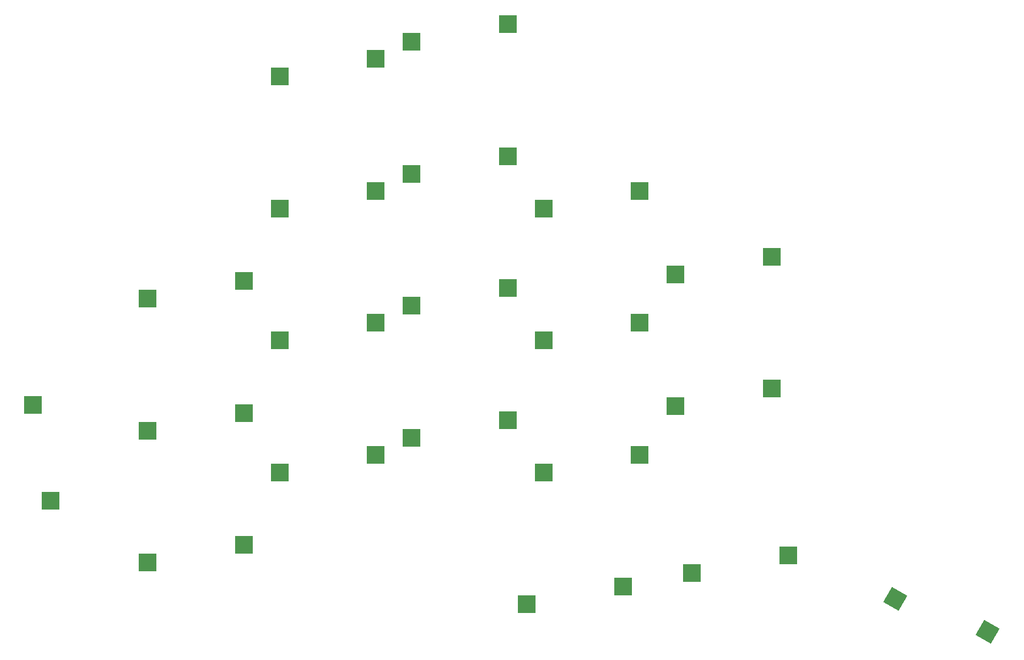
<source format=gbr>
%TF.GenerationSoftware,KiCad,Pcbnew,7.0.10*%
%TF.CreationDate,2024-05-01T10:45:41+02:00*%
%TF.ProjectId,talon,74616c6f-6e2e-46b6-9963-61645f706362,rev?*%
%TF.SameCoordinates,Original*%
%TF.FileFunction,Paste,Bot*%
%TF.FilePolarity,Positive*%
%FSLAX46Y46*%
G04 Gerber Fmt 4.6, Leading zero omitted, Abs format (unit mm)*
G04 Created by KiCad (PCBNEW 7.0.10) date 2024-05-01 10:45:41*
%MOMM*%
%LPD*%
G01*
G04 APERTURE LIST*
G04 Aperture macros list*
%AMRotRect*
0 Rectangle, with rotation*
0 The origin of the aperture is its center*
0 $1 length*
0 $2 width*
0 $3 Rotation angle, in degrees counterclockwise*
0 Add horizontal line*
21,1,$1,$2,0,0,$3*%
G04 Aperture macros list end*
%ADD10R,2.550000X2.500000*%
%ADD11RotRect,2.550000X2.500000X330.000000*%
%ADD12R,2.500000X2.550000*%
G04 APERTURE END LIST*
D10*
%TO.C,SW3*%
X104440000Y-95460000D03*
X118290000Y-92920000D03*
%TD*%
%TO.C,SW1*%
X123440000Y-63460000D03*
X137290000Y-60920000D03*
%TD*%
%TO.C,SW10*%
X123440000Y-101460000D03*
X137290000Y-98920000D03*
%TD*%
%TO.C,SW7*%
X180440000Y-91960000D03*
X194290000Y-89420000D03*
%TD*%
%TO.C,SW13*%
X180440000Y-110960000D03*
X194290000Y-108420000D03*
%TD*%
%TO.C,SW6*%
X161440000Y-82460000D03*
X175290000Y-79920000D03*
%TD*%
%TO.C,SW5*%
X142440000Y-77460000D03*
X156290000Y-74920000D03*
%TD*%
%TO.C,SW17*%
X161440000Y-120460000D03*
X175290000Y-117920000D03*
%TD*%
%TO.C,SW12*%
X161440000Y-101460000D03*
X175290000Y-98920000D03*
%TD*%
%TO.C,SW9*%
X104440000Y-114460000D03*
X118290000Y-111920000D03*
%TD*%
%TO.C,SW15*%
X123440000Y-120460000D03*
X137290000Y-117920000D03*
%TD*%
%TO.C,SW14*%
X104440000Y-133460000D03*
X118290000Y-130920000D03*
%TD*%
%TO.C,SW19*%
X182840000Y-134960000D03*
X196690000Y-132420000D03*
%TD*%
%TO.C,SW11*%
X142440000Y-96460000D03*
X156290000Y-93920000D03*
%TD*%
%TO.C,SW4*%
X123440000Y-82460000D03*
X137290000Y-79920000D03*
%TD*%
%TO.C,SW2*%
X142440000Y-58460000D03*
X156290000Y-55920000D03*
%TD*%
D11*
%TO.C,SW20*%
X212123000Y-138720000D03*
X225387452Y-143445296D03*
%TD*%
D12*
%TO.C,SW8*%
X90460000Y-124560000D03*
X87920000Y-110710000D03*
%TD*%
D10*
%TO.C,SW16*%
X142440000Y-115460000D03*
X156290000Y-112920000D03*
%TD*%
%TO.C,SW18*%
X159040000Y-139460000D03*
X172890000Y-136920000D03*
%TD*%
M02*

</source>
